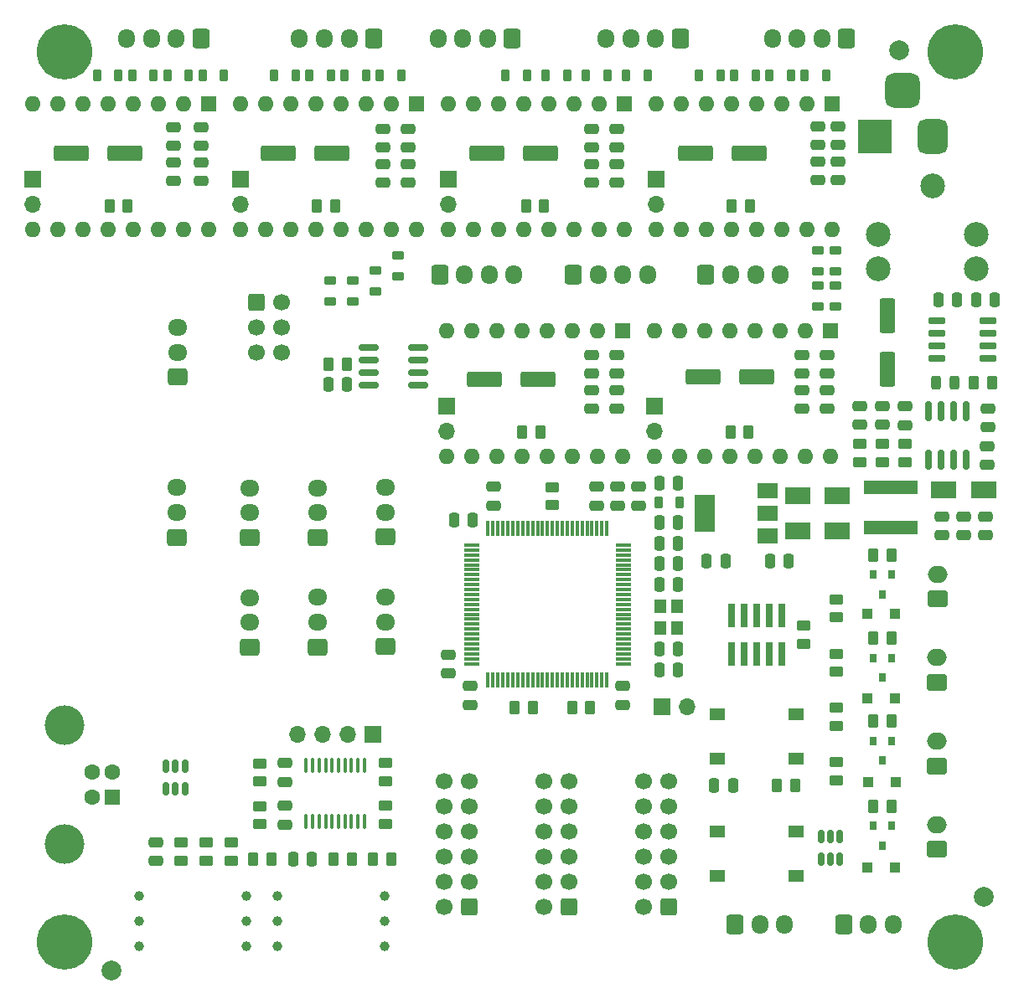
<source format=gts>
G04 #@! TF.GenerationSoftware,KiCad,Pcbnew,6.0.8+dfsg-1~bpo11+1*
G04 #@! TF.CreationDate,2022-10-14T22:40:32+00:00*
G04 #@! TF.ProjectId,mobo,6d6f626f-2e6b-4696-9361-645f70636258,rev?*
G04 #@! TF.SameCoordinates,Original*
G04 #@! TF.FileFunction,Soldermask,Top*
G04 #@! TF.FilePolarity,Negative*
%FSLAX46Y46*%
G04 Gerber Fmt 4.6, Leading zero omitted, Abs format (unit mm)*
G04 Created by KiCad (PCBNEW 6.0.8+dfsg-1~bpo11+1) date 2022-10-14 22:40:32*
%MOMM*%
%LPD*%
G01*
G04 APERTURE LIST*
G04 Aperture macros list*
%AMRoundRect*
0 Rectangle with rounded corners*
0 $1 Rounding radius*
0 $2 $3 $4 $5 $6 $7 $8 $9 X,Y pos of 4 corners*
0 Add a 4 corners polygon primitive as box body*
4,1,4,$2,$3,$4,$5,$6,$7,$8,$9,$2,$3,0*
0 Add four circle primitives for the rounded corners*
1,1,$1+$1,$2,$3*
1,1,$1+$1,$4,$5*
1,1,$1+$1,$6,$7*
1,1,$1+$1,$8,$9*
0 Add four rect primitives between the rounded corners*
20,1,$1+$1,$2,$3,$4,$5,0*
20,1,$1+$1,$4,$5,$6,$7,0*
20,1,$1+$1,$6,$7,$8,$9,0*
20,1,$1+$1,$8,$9,$2,$3,0*%
G04 Aperture macros list end*
%ADD10R,1.100000X1.100000*%
%ADD11R,0.800000X0.900000*%
%ADD12RoundRect,0.249999X-0.262501X-0.450001X0.262501X-0.450001X0.262501X0.450001X-0.262501X0.450001X0*%
%ADD13R,1.600000X1.600000*%
%ADD14O,1.600000X1.600000*%
%ADD15RoundRect,0.250000X0.600000X0.725000X-0.600000X0.725000X-0.600000X-0.725000X0.600000X-0.725000X0*%
%ADD16O,1.700000X1.950000*%
%ADD17RoundRect,0.250000X-1.500000X-0.550000X1.500000X-0.550000X1.500000X0.550000X-1.500000X0.550000X0*%
%ADD18RoundRect,0.243750X0.243750X0.456250X-0.243750X0.456250X-0.243750X-0.456250X0.243750X-0.456250X0*%
%ADD19RoundRect,0.250000X-0.550000X1.500000X-0.550000X-1.500000X0.550000X-1.500000X0.550000X1.500000X0*%
%ADD20RoundRect,0.150000X-0.725000X-0.150000X0.725000X-0.150000X0.725000X0.150000X-0.725000X0.150000X0*%
%ADD21RoundRect,0.250000X-0.600000X-0.725000X0.600000X-0.725000X0.600000X0.725000X-0.600000X0.725000X0*%
%ADD22RoundRect,0.250000X0.725000X-0.600000X0.725000X0.600000X-0.725000X0.600000X-0.725000X-0.600000X0*%
%ADD23O,1.950000X1.700000*%
%ADD24RoundRect,0.250000X0.600000X0.600000X-0.600000X0.600000X-0.600000X-0.600000X0.600000X-0.600000X0*%
%ADD25C,1.700000*%
%ADD26R,5.500000X1.430000*%
%ADD27RoundRect,0.150000X0.825000X0.150000X-0.825000X0.150000X-0.825000X-0.150000X0.825000X-0.150000X0*%
%ADD28RoundRect,0.250000X-0.600000X-0.600000X0.600000X-0.600000X0.600000X0.600000X-0.600000X0.600000X0*%
%ADD29R,2.500000X1.800000*%
%ADD30RoundRect,0.250000X-0.475000X0.250000X-0.475000X-0.250000X0.475000X-0.250000X0.475000X0.250000X0*%
%ADD31RoundRect,0.249999X0.262501X0.450001X-0.262501X0.450001X-0.262501X-0.450001X0.262501X-0.450001X0*%
%ADD32RoundRect,0.250000X0.475000X-0.250000X0.475000X0.250000X-0.475000X0.250000X-0.475000X-0.250000X0*%
%ADD33RoundRect,0.250000X0.250000X0.475000X-0.250000X0.475000X-0.250000X-0.475000X0.250000X-0.475000X0*%
%ADD34RoundRect,0.250000X-0.250000X-0.475000X0.250000X-0.475000X0.250000X0.475000X-0.250000X0.475000X0*%
%ADD35R,1.200000X1.400000*%
%ADD36RoundRect,0.249999X0.450001X-0.262501X0.450001X0.262501X-0.450001X0.262501X-0.450001X-0.262501X0*%
%ADD37RoundRect,0.250000X0.750000X-0.600000X0.750000X0.600000X-0.750000X0.600000X-0.750000X-0.600000X0*%
%ADD38O,2.000000X1.700000*%
%ADD39RoundRect,0.075000X0.725000X0.075000X-0.725000X0.075000X-0.725000X-0.075000X0.725000X-0.075000X0*%
%ADD40RoundRect,0.075000X0.075000X0.725000X-0.075000X0.725000X-0.075000X-0.725000X0.075000X-0.725000X0*%
%ADD41R,2.000000X1.500000*%
%ADD42R,2.000000X3.800000*%
%ADD43R,1.550000X1.300000*%
%ADD44R,0.740000X2.400000*%
%ADD45RoundRect,0.150000X-0.150000X0.825000X-0.150000X-0.825000X0.150000X-0.825000X0.150000X0.825000X0*%
%ADD46RoundRect,0.249999X-0.450001X0.262501X-0.450001X-0.262501X0.450001X-0.262501X0.450001X0.262501X0*%
%ADD47RoundRect,0.250000X-0.450000X0.262500X-0.450000X-0.262500X0.450000X-0.262500X0.450000X0.262500X0*%
%ADD48C,2.000000*%
%ADD49RoundRect,0.218750X-0.218750X-0.381250X0.218750X-0.381250X0.218750X0.381250X-0.218750X0.381250X0*%
%ADD50RoundRect,0.218750X0.381250X-0.218750X0.381250X0.218750X-0.381250X0.218750X-0.381250X-0.218750X0*%
%ADD51C,5.600000*%
%ADD52RoundRect,0.250000X-0.262500X-0.450000X0.262500X-0.450000X0.262500X0.450000X-0.262500X0.450000X0*%
%ADD53RoundRect,0.250000X0.450000X-0.262500X0.450000X0.262500X-0.450000X0.262500X-0.450000X-0.262500X0*%
%ADD54R,3.500000X3.500000*%
%ADD55C,2.500000*%
%ADD56RoundRect,0.750000X0.750000X1.000000X-0.750000X1.000000X-0.750000X-1.000000X0.750000X-1.000000X0*%
%ADD57RoundRect,0.875000X0.875000X0.875000X-0.875000X0.875000X-0.875000X-0.875000X0.875000X-0.875000X0*%
%ADD58RoundRect,0.100000X0.100000X-0.637500X0.100000X0.637500X-0.100000X0.637500X-0.100000X-0.637500X0*%
%ADD59R,1.700000X1.700000*%
%ADD60O,1.700000X1.700000*%
%ADD61C,1.000000*%
%ADD62RoundRect,0.250000X0.262500X0.450000X-0.262500X0.450000X-0.262500X-0.450000X0.262500X-0.450000X0*%
%ADD63C,1.600000*%
%ADD64C,4.000000*%
%ADD65RoundRect,0.150000X-0.150000X0.512500X-0.150000X-0.512500X0.150000X-0.512500X0.150000X0.512500X0*%
%ADD66RoundRect,0.218750X0.218750X0.381250X-0.218750X0.381250X-0.218750X-0.381250X0.218750X-0.381250X0*%
%ADD67RoundRect,0.218750X-0.381250X0.218750X-0.381250X-0.218750X0.381250X-0.218750X0.381250X0.218750X0*%
G04 APERTURE END LIST*
D10*
X157920000Y-153520000D03*
X155120000Y-153520000D03*
D11*
X157590000Y-149320000D03*
X155690000Y-149320000D03*
X156640000Y-151320000D03*
X157590000Y-140720000D03*
X155690000Y-140720000D03*
X156640000Y-142720000D03*
D12*
X155727500Y-147320000D03*
X157552500Y-147320000D03*
D10*
X157940000Y-136450000D03*
X155140000Y-136450000D03*
D11*
X157590000Y-132320000D03*
X155690000Y-132320000D03*
X156640000Y-134320000D03*
X157590000Y-123920000D03*
X155690000Y-123920000D03*
X156640000Y-125920000D03*
D12*
X155727500Y-121920000D03*
X157552500Y-121920000D03*
D13*
X109570000Y-76280000D03*
D14*
X107030000Y-76280000D03*
X104490000Y-76280000D03*
X101950000Y-76280000D03*
X99410000Y-76280000D03*
X96870000Y-76280000D03*
X94330000Y-76280000D03*
X91790000Y-76280000D03*
X91790000Y-88980000D03*
X94330000Y-88980000D03*
X96870000Y-88980000D03*
X99410000Y-88980000D03*
X101950000Y-88980000D03*
X104490000Y-88980000D03*
X107030000Y-88980000D03*
X109570000Y-88980000D03*
D13*
X130570000Y-76280000D03*
D14*
X128030000Y-76280000D03*
X125490000Y-76280000D03*
X122950000Y-76280000D03*
X120410000Y-76280000D03*
X117870000Y-76280000D03*
X115330000Y-76280000D03*
X112790000Y-76280000D03*
X112790000Y-88980000D03*
X115330000Y-88980000D03*
X117870000Y-88980000D03*
X120410000Y-88980000D03*
X122950000Y-88980000D03*
X125490000Y-88980000D03*
X128030000Y-88980000D03*
X130570000Y-88980000D03*
D13*
X88570000Y-76280000D03*
D14*
X86030000Y-76280000D03*
X83490000Y-76280000D03*
X80950000Y-76280000D03*
X78410000Y-76280000D03*
X75870000Y-76280000D03*
X73330000Y-76280000D03*
X70790000Y-76280000D03*
X70790000Y-88980000D03*
X73330000Y-88980000D03*
X75870000Y-88980000D03*
X78410000Y-88980000D03*
X80950000Y-88980000D03*
X83490000Y-88980000D03*
X86030000Y-88980000D03*
X88570000Y-88980000D03*
D13*
X151570000Y-76280000D03*
D14*
X149030000Y-76280000D03*
X146490000Y-76280000D03*
X143950000Y-76280000D03*
X141410000Y-76280000D03*
X138870000Y-76280000D03*
X136330000Y-76280000D03*
X133790000Y-76280000D03*
X133790000Y-88980000D03*
X136330000Y-88980000D03*
X138870000Y-88980000D03*
X141410000Y-88980000D03*
X143950000Y-88980000D03*
X146490000Y-88980000D03*
X149030000Y-88980000D03*
X151570000Y-88980000D03*
D15*
X136220000Y-69697000D03*
D16*
X133720000Y-69697000D03*
X131220000Y-69697000D03*
X128720000Y-69697000D03*
D15*
X87774000Y-69697000D03*
D16*
X85274000Y-69697000D03*
X82774000Y-69697000D03*
X80274000Y-69697000D03*
D17*
X95598000Y-81280000D03*
X100998000Y-81280000D03*
D15*
X153020000Y-69697000D03*
D16*
X150520000Y-69697000D03*
X148020000Y-69697000D03*
X145520000Y-69697000D03*
D12*
X99477500Y-86620000D03*
X101302500Y-86620000D03*
X78527500Y-86620000D03*
X80352500Y-86620000D03*
D17*
X116680000Y-81320000D03*
X122080000Y-81320000D03*
D12*
X120607500Y-86620000D03*
X122432500Y-86620000D03*
D17*
X137762000Y-81320000D03*
X143162000Y-81320000D03*
D12*
X141427500Y-86620000D03*
X143252500Y-86620000D03*
D18*
X163895500Y-104478000D03*
X162020500Y-104478000D03*
D12*
X165855500Y-104478000D03*
X167680500Y-104478000D03*
D15*
X119235000Y-69697000D03*
D16*
X116735000Y-69697000D03*
X114235000Y-69697000D03*
X111735000Y-69697000D03*
D15*
X105240000Y-69697000D03*
D16*
X102740000Y-69697000D03*
X100240000Y-69697000D03*
X97740000Y-69697000D03*
D19*
X157116000Y-97714000D03*
X157116000Y-103114000D03*
D20*
X162161000Y-98255000D03*
X162161000Y-99525000D03*
X162161000Y-100795000D03*
X162161000Y-102065000D03*
X167311000Y-102065000D03*
X167311000Y-100795000D03*
X167311000Y-99525000D03*
X167311000Y-98255000D03*
D13*
X151380000Y-99230000D03*
D14*
X148840000Y-99230000D03*
X146300000Y-99230000D03*
X143760000Y-99230000D03*
X141220000Y-99230000D03*
X138680000Y-99230000D03*
X136140000Y-99230000D03*
X133600000Y-99230000D03*
X133600000Y-111930000D03*
X136140000Y-111930000D03*
X138680000Y-111930000D03*
X141220000Y-111930000D03*
X143760000Y-111930000D03*
X146300000Y-111930000D03*
X148840000Y-111930000D03*
X151380000Y-111930000D03*
D12*
X141277500Y-109520000D03*
X143102500Y-109520000D03*
X120227500Y-109520000D03*
X122052500Y-109520000D03*
D21*
X125409000Y-93582000D03*
D16*
X127909000Y-93582000D03*
X130409000Y-93582000D03*
X132909000Y-93582000D03*
D13*
X130400000Y-99250000D03*
D14*
X127860000Y-99250000D03*
X125320000Y-99250000D03*
X122780000Y-99250000D03*
X120240000Y-99250000D03*
X117700000Y-99250000D03*
X115160000Y-99250000D03*
X112620000Y-99250000D03*
X112620000Y-111950000D03*
X115160000Y-111950000D03*
X117700000Y-111950000D03*
X120240000Y-111950000D03*
X122780000Y-111950000D03*
X125320000Y-111950000D03*
X127860000Y-111950000D03*
X130400000Y-111950000D03*
D21*
X138804000Y-93559600D03*
D16*
X141304000Y-93559600D03*
X143804000Y-93559600D03*
X146304000Y-93559600D03*
D22*
X99560000Y-120150000D03*
D23*
X99560000Y-117650000D03*
X99560000Y-115150000D03*
D22*
X106420000Y-120100000D03*
D23*
X106420000Y-117600000D03*
X106420000Y-115100000D03*
D22*
X99560000Y-131210000D03*
D23*
X99560000Y-128710000D03*
X99560000Y-126210000D03*
D22*
X92690000Y-131250000D03*
D23*
X92690000Y-128750000D03*
X92690000Y-126250000D03*
D24*
X114900000Y-157510000D03*
D25*
X112360000Y-157510000D03*
X114900000Y-154970000D03*
X112360000Y-154970000D03*
X114900000Y-152430000D03*
X112360000Y-152430000D03*
X114900000Y-149890000D03*
X112360000Y-149890000D03*
X114900000Y-147350000D03*
X112360000Y-147350000D03*
X114900000Y-144810000D03*
X112360000Y-144810000D03*
D24*
X124960000Y-157510000D03*
D25*
X122420000Y-157510000D03*
X124960000Y-154970000D03*
X122420000Y-154970000D03*
X124960000Y-152430000D03*
X122420000Y-152430000D03*
X124960000Y-149890000D03*
X122420000Y-149890000D03*
X124960000Y-147350000D03*
X122420000Y-147350000D03*
X124960000Y-144810000D03*
X122420000Y-144810000D03*
D26*
X157440000Y-115100000D03*
X157440000Y-119140000D03*
D27*
X109713800Y-104775000D03*
X109713800Y-103505000D03*
X109713800Y-102235000D03*
X109713800Y-100965000D03*
X104763800Y-100965000D03*
X104763800Y-102235000D03*
X104763800Y-103505000D03*
X104763800Y-104775000D03*
D28*
X93400000Y-96340000D03*
D25*
X95940000Y-96340000D03*
X93400000Y-98880000D03*
X95940000Y-98880000D03*
X93400000Y-101420000D03*
X95940000Y-101420000D03*
D21*
X152730000Y-159270000D03*
D16*
X155230000Y-159270000D03*
X157730000Y-159270000D03*
D12*
X155727500Y-130320000D03*
X157552500Y-130320000D03*
D21*
X141730000Y-159260000D03*
D16*
X144230000Y-159260000D03*
X146730000Y-159260000D03*
D29*
X162840000Y-115320000D03*
X166840000Y-115320000D03*
D30*
X130390000Y-135170000D03*
X130390000Y-137070000D03*
X112790000Y-131970000D03*
X112790000Y-133870000D03*
D31*
X121302500Y-137320000D03*
X119477500Y-137320000D03*
D32*
X131980000Y-116900000D03*
X131980000Y-115000000D03*
D33*
X136010000Y-131415000D03*
X134110000Y-131415000D03*
D34*
X134110000Y-124925000D03*
X136010000Y-124925000D03*
D31*
X127102500Y-137320000D03*
X125277500Y-137320000D03*
D35*
X135910000Y-129270000D03*
X135910000Y-127070000D03*
X134210000Y-127070000D03*
X134210000Y-129270000D03*
D36*
X123230000Y-116862500D03*
X123230000Y-115037500D03*
D22*
X106450000Y-131200000D03*
D23*
X106450000Y-128700000D03*
X106450000Y-126200000D03*
D37*
X162140000Y-143260000D03*
D38*
X162140000Y-140760000D03*
D37*
X162170000Y-134790000D03*
D38*
X162170000Y-132290000D03*
D37*
X162220000Y-126360000D03*
D38*
X162220000Y-123860000D03*
D37*
X162150000Y-151680000D03*
D38*
X162150000Y-149180000D03*
D12*
X155727500Y-138720000D03*
X157552500Y-138720000D03*
D10*
X158000000Y-144920000D03*
X155200000Y-144920000D03*
D22*
X92720000Y-120150000D03*
D23*
X92720000Y-117650000D03*
X92720000Y-115150000D03*
D33*
X102550000Y-104648000D03*
X100650000Y-104648000D03*
D22*
X85390000Y-103940000D03*
D23*
X85390000Y-101440000D03*
X85390000Y-98940000D03*
D39*
X130465000Y-132910000D03*
X130465000Y-132410000D03*
X130465000Y-131910000D03*
X130465000Y-131410000D03*
X130465000Y-130910000D03*
X130465000Y-130410000D03*
X130465000Y-129910000D03*
X130465000Y-129410000D03*
X130465000Y-128910000D03*
X130465000Y-128410000D03*
X130465000Y-127910000D03*
X130465000Y-127410000D03*
X130465000Y-126910000D03*
X130465000Y-126410000D03*
X130465000Y-125910000D03*
X130465000Y-125410000D03*
X130465000Y-124910000D03*
X130465000Y-124410000D03*
X130465000Y-123910000D03*
X130465000Y-123410000D03*
X130465000Y-122910000D03*
X130465000Y-122410000D03*
X130465000Y-121910000D03*
X130465000Y-121410000D03*
X130465000Y-120910000D03*
D40*
X128790000Y-119235000D03*
X128290000Y-119235000D03*
X127790000Y-119235000D03*
X127290000Y-119235000D03*
X126790000Y-119235000D03*
X126290000Y-119235000D03*
X125790000Y-119235000D03*
X125290000Y-119235000D03*
X124790000Y-119235000D03*
X124290000Y-119235000D03*
X123790000Y-119235000D03*
X123290000Y-119235000D03*
X122790000Y-119235000D03*
X122290000Y-119235000D03*
X121790000Y-119235000D03*
X121290000Y-119235000D03*
X120790000Y-119235000D03*
X120290000Y-119235000D03*
X119790000Y-119235000D03*
X119290000Y-119235000D03*
X118790000Y-119235000D03*
X118290000Y-119235000D03*
X117790000Y-119235000D03*
X117290000Y-119235000D03*
X116790000Y-119235000D03*
D39*
X115115000Y-120910000D03*
X115115000Y-121410000D03*
X115115000Y-121910000D03*
X115115000Y-122410000D03*
X115115000Y-122910000D03*
X115115000Y-123410000D03*
X115115000Y-123910000D03*
X115115000Y-124410000D03*
X115115000Y-124910000D03*
X115115000Y-125410000D03*
X115115000Y-125910000D03*
X115115000Y-126410000D03*
X115115000Y-126910000D03*
X115115000Y-127410000D03*
X115115000Y-127910000D03*
X115115000Y-128410000D03*
X115115000Y-128910000D03*
X115115000Y-129410000D03*
X115115000Y-129910000D03*
X115115000Y-130410000D03*
X115115000Y-130910000D03*
X115115000Y-131410000D03*
X115115000Y-131910000D03*
X115115000Y-132410000D03*
X115115000Y-132910000D03*
D40*
X116790000Y-134585000D03*
X117290000Y-134585000D03*
X117790000Y-134585000D03*
X118290000Y-134585000D03*
X118790000Y-134585000D03*
X119290000Y-134585000D03*
X119790000Y-134585000D03*
X120290000Y-134585000D03*
X120790000Y-134585000D03*
X121290000Y-134585000D03*
X121790000Y-134585000D03*
X122290000Y-134585000D03*
X122790000Y-134585000D03*
X123290000Y-134585000D03*
X123790000Y-134585000D03*
X124290000Y-134585000D03*
X124790000Y-134585000D03*
X125290000Y-134585000D03*
X125790000Y-134585000D03*
X126290000Y-134585000D03*
X126790000Y-134585000D03*
X127290000Y-134585000D03*
X127790000Y-134585000D03*
X128290000Y-134585000D03*
X128790000Y-134585000D03*
D12*
X100687500Y-102616000D03*
X102512500Y-102616000D03*
D41*
X144990000Y-120020000D03*
D42*
X138690000Y-117720000D03*
D41*
X144990000Y-117720000D03*
X144990000Y-115420000D03*
D22*
X85330000Y-120120000D03*
D23*
X85330000Y-117620000D03*
X85330000Y-115120000D03*
D32*
X129880000Y-116900000D03*
X129880000Y-115000000D03*
X117340000Y-116920000D03*
X117340000Y-115020000D03*
X127800000Y-116900000D03*
X127800000Y-115000000D03*
D34*
X134110000Y-133540000D03*
X136010000Y-133540000D03*
X134110000Y-118611666D03*
X136010000Y-118611666D03*
D33*
X115240000Y-118370000D03*
X113340000Y-118370000D03*
D34*
X134110000Y-114655000D03*
X136010000Y-114655000D03*
D30*
X114990000Y-135170000D03*
X114990000Y-137070000D03*
D32*
X154322000Y-108730000D03*
X154322000Y-106830000D03*
D31*
X147812500Y-145200000D03*
X145987500Y-145200000D03*
D21*
X111904000Y-93556000D03*
D16*
X114404000Y-93556000D03*
X116904000Y-93556000D03*
X119404000Y-93556000D03*
D34*
X139650000Y-145200000D03*
X141550000Y-145200000D03*
D43*
X139925000Y-142550000D03*
X147875000Y-142550000D03*
X147875000Y-138050000D03*
X139925000Y-138050000D03*
D32*
X167276000Y-108984000D03*
X167276000Y-107084000D03*
D30*
X167240000Y-110894000D03*
X167240000Y-112794000D03*
D44*
X141360000Y-131950000D03*
X141360000Y-128050000D03*
X142630000Y-131950000D03*
X142630000Y-128050000D03*
X143900000Y-131950000D03*
X143900000Y-128050000D03*
X145170000Y-131950000D03*
X145170000Y-128050000D03*
X146440000Y-131950000D03*
X146440000Y-128050000D03*
D34*
X134110000Y-122800000D03*
X136010000Y-122800000D03*
D43*
X139925000Y-149850000D03*
X147875000Y-149850000D03*
X147875000Y-154350000D03*
X139925000Y-154350000D03*
D45*
X165117000Y-107337000D03*
X163847000Y-107337000D03*
X162577000Y-107337000D03*
X161307000Y-107337000D03*
X161307000Y-112287000D03*
X162577000Y-112287000D03*
X163847000Y-112287000D03*
X165117000Y-112287000D03*
D30*
X156608000Y-106830000D03*
X156608000Y-108730000D03*
D34*
X138890000Y-122520000D03*
X140790000Y-122520000D03*
D10*
X157920000Y-127880000D03*
X155120000Y-127880000D03*
D24*
X135008000Y-157480000D03*
D25*
X132468000Y-157480000D03*
X135008000Y-154940000D03*
X132468000Y-154940000D03*
X135008000Y-152400000D03*
X132468000Y-152400000D03*
X135008000Y-149860000D03*
X132468000Y-149860000D03*
X135008000Y-147320000D03*
X132468000Y-147320000D03*
X135008000Y-144780000D03*
X132468000Y-144780000D03*
D34*
X134110000Y-120720000D03*
X136010000Y-120720000D03*
D36*
X148700000Y-130912500D03*
X148700000Y-129087500D03*
D46*
X156608000Y-110677500D03*
X156608000Y-112502500D03*
D30*
X158894000Y-106873000D03*
X158894000Y-108773000D03*
D47*
X154322000Y-110677500D03*
X154322000Y-112502500D03*
D36*
X158894000Y-112502500D03*
X158894000Y-110677500D03*
D30*
X167040000Y-118020000D03*
X167040000Y-119920000D03*
X164840000Y-118020000D03*
X164840000Y-119920000D03*
X162640000Y-118020000D03*
X162640000Y-119920000D03*
D17*
X74660000Y-81320000D03*
X80060000Y-81320000D03*
X116426000Y-104140000D03*
X121826000Y-104140000D03*
X138540000Y-103920000D03*
X143940000Y-103920000D03*
D48*
X158292800Y-70840600D03*
X166840000Y-156440000D03*
X78700000Y-163900000D03*
D49*
X95203500Y-73406000D03*
X97328500Y-73406000D03*
D30*
X127254000Y-82362000D03*
X127254000Y-84262000D03*
X151003000Y-105222000D03*
X151003000Y-107122000D03*
D50*
X105410000Y-95296500D03*
X105410000Y-93171500D03*
D30*
X129794000Y-105222000D03*
X129794000Y-107122000D03*
X129794000Y-78806000D03*
X129794000Y-80706000D03*
D49*
X84425500Y-73406000D03*
X86550500Y-73406000D03*
D30*
X129794000Y-101666000D03*
X129794000Y-103566000D03*
D33*
X147150000Y-122520000D03*
X145250000Y-122520000D03*
D51*
X74020000Y-161030000D03*
D30*
X151003000Y-101666000D03*
X151003000Y-103566000D03*
X84980000Y-82192000D03*
X84980000Y-84092000D03*
D50*
X100838000Y-96312500D03*
X100838000Y-94187500D03*
D30*
X106172000Y-78806000D03*
X106172000Y-80706000D03*
D52*
X93067500Y-152654000D03*
X94892500Y-152654000D03*
D49*
X122635500Y-73406000D03*
X124760500Y-73406000D03*
D30*
X87774000Y-78636000D03*
X87774000Y-80536000D03*
X152146000Y-82108000D03*
X152146000Y-84008000D03*
D49*
X130763500Y-73406000D03*
X132888500Y-73406000D03*
D30*
X127254000Y-101666000D03*
X127254000Y-103566000D03*
D29*
X148040000Y-115920000D03*
X152040000Y-115920000D03*
D53*
X152000000Y-139212500D03*
X152000000Y-137387500D03*
D30*
X152146000Y-78552000D03*
X152146000Y-80452000D03*
D54*
X155840000Y-79636000D03*
D55*
X161740000Y-79636000D03*
D56*
X161740000Y-79636000D03*
D57*
X158640000Y-74936000D03*
D55*
X161740000Y-84636000D03*
D58*
X98421000Y-148889000D03*
X99071000Y-148889000D03*
X99721000Y-148889000D03*
X100371000Y-148889000D03*
X101021000Y-148889000D03*
X101671000Y-148889000D03*
X102321000Y-148889000D03*
X102971000Y-148889000D03*
X103621000Y-148889000D03*
X104271000Y-148889000D03*
X104271000Y-143164000D03*
X103621000Y-143164000D03*
X102971000Y-143164000D03*
X102321000Y-143164000D03*
X101671000Y-143164000D03*
X101021000Y-143164000D03*
X100371000Y-143164000D03*
X99721000Y-143164000D03*
X99071000Y-143164000D03*
X98421000Y-143164000D03*
D34*
X97094000Y-152654000D03*
X98994000Y-152654000D03*
D59*
X133600000Y-106850000D03*
D60*
X133600000Y-109390000D03*
D51*
X164020000Y-71030000D03*
D61*
X81540000Y-156380000D03*
X81540000Y-158920000D03*
X81540000Y-161460000D03*
X92340000Y-161460000D03*
X92340000Y-158920000D03*
X92340000Y-156380000D03*
D49*
X126699500Y-73406000D03*
X128824500Y-73406000D03*
D47*
X106426000Y-147273000D03*
X106426000Y-149098000D03*
D53*
X88265000Y-152804500D03*
X88265000Y-150979500D03*
D62*
X107018500Y-152654000D03*
X105193500Y-152654000D03*
D30*
X106172000Y-82362000D03*
X106172000Y-84262000D03*
D59*
X112620000Y-106870000D03*
D60*
X112620000Y-109410000D03*
D53*
X85725000Y-152804500D03*
X85725000Y-150979500D03*
D55*
X156180000Y-92945000D03*
X156180000Y-89545000D03*
X166080000Y-89545000D03*
X166080000Y-92945000D03*
D59*
X91790000Y-83900000D03*
D60*
X91790000Y-86440000D03*
D30*
X108712000Y-78806000D03*
X108712000Y-80706000D03*
D13*
X78813500Y-146368000D03*
D63*
X78813500Y-143868000D03*
X76813500Y-143868000D03*
X76813500Y-146368000D03*
D64*
X73953500Y-139118000D03*
X73953500Y-151118000D03*
D53*
X152000000Y-144712500D03*
X152000000Y-142887500D03*
D30*
X96266000Y-147259000D03*
X96266000Y-149159000D03*
X108712000Y-82362000D03*
X108712000Y-84262000D03*
D65*
X152350000Y-150362500D03*
X151400000Y-150362500D03*
X150450000Y-150362500D03*
X150450000Y-152637500D03*
X151400000Y-152637500D03*
X152350000Y-152637500D03*
D53*
X93726000Y-144803500D03*
X93726000Y-142978500D03*
D49*
X118571500Y-73406000D03*
X120696500Y-73406000D03*
X102315500Y-73406000D03*
X104440500Y-73406000D03*
D51*
X164020000Y-161030000D03*
D49*
X145241500Y-73406000D03*
X147366500Y-73406000D03*
D30*
X127254000Y-105222000D03*
X127254000Y-107122000D03*
X84980000Y-78636000D03*
X84980000Y-80536000D03*
D50*
X151900000Y-93264500D03*
X151900000Y-91139500D03*
D47*
X90805000Y-150979500D03*
X90805000Y-152804500D03*
D30*
X148463000Y-101666000D03*
X148463000Y-103566000D03*
D66*
X136162500Y-116600000D03*
X134037500Y-116600000D03*
D53*
X93726000Y-149121500D03*
X93726000Y-147296500D03*
D50*
X150100000Y-96820500D03*
X150100000Y-94695500D03*
D30*
X127254000Y-78806000D03*
X127254000Y-80706000D03*
D65*
X86150000Y-143262500D03*
X85200000Y-143262500D03*
X84250000Y-143262500D03*
X84250000Y-145537500D03*
X85200000Y-145537500D03*
X86150000Y-145537500D03*
D59*
X133790000Y-83900000D03*
D60*
X133790000Y-86440000D03*
D49*
X141685500Y-73406000D03*
X143810500Y-73406000D03*
D30*
X129794000Y-82362000D03*
X129794000Y-84262000D03*
D32*
X83185000Y-152842000D03*
X83185000Y-150942000D03*
D50*
X150100000Y-93264500D03*
X150100000Y-91139500D03*
D32*
X96266000Y-144841000D03*
X96266000Y-142941000D03*
D30*
X150114000Y-78552000D03*
X150114000Y-80452000D03*
X87774000Y-82192000D03*
X87774000Y-84092000D03*
D50*
X103124000Y-96312500D03*
X103124000Y-94187500D03*
D59*
X134340000Y-137220000D03*
D60*
X136880000Y-137220000D03*
D47*
X152000000Y-126387500D03*
X152000000Y-128212500D03*
D49*
X87964500Y-73406000D03*
X90089500Y-73406000D03*
D50*
X151900000Y-96820500D03*
X151900000Y-94695500D03*
D49*
X98759500Y-73406000D03*
X100884500Y-73406000D03*
X105871500Y-73406000D03*
X107996500Y-73406000D03*
D61*
X95540000Y-156380000D03*
X95540000Y-158920000D03*
X95540000Y-161460000D03*
X106340000Y-161460000D03*
X106340000Y-158920000D03*
X106340000Y-156380000D03*
D30*
X150114000Y-82108000D03*
X150114000Y-84008000D03*
D53*
X106426000Y-144780000D03*
X106426000Y-142955000D03*
D49*
X148797500Y-73406000D03*
X150922500Y-73406000D03*
D59*
X112790000Y-83900000D03*
D60*
X112790000Y-86440000D03*
D49*
X80869500Y-73406000D03*
X82994500Y-73406000D03*
D59*
X105146000Y-140081000D03*
D60*
X102606000Y-140081000D03*
X100066000Y-140081000D03*
X97526000Y-140081000D03*
D59*
X70790000Y-83900000D03*
D60*
X70790000Y-86440000D03*
D30*
X148463000Y-105222000D03*
X148463000Y-107122000D03*
D29*
X148040000Y-119520000D03*
X152040000Y-119520000D03*
D34*
X162262000Y-96096000D03*
X164162000Y-96096000D03*
D53*
X152000000Y-133712500D03*
X152000000Y-131887500D03*
D33*
X167972000Y-96096000D03*
X166072000Y-96096000D03*
D49*
X77313500Y-73406000D03*
X79438500Y-73406000D03*
D67*
X107696000Y-91647500D03*
X107696000Y-93772500D03*
D49*
X138129500Y-73406000D03*
X140254500Y-73406000D03*
D51*
X74020000Y-71030000D03*
D62*
X103020500Y-152654000D03*
X101195500Y-152654000D03*
M02*

</source>
